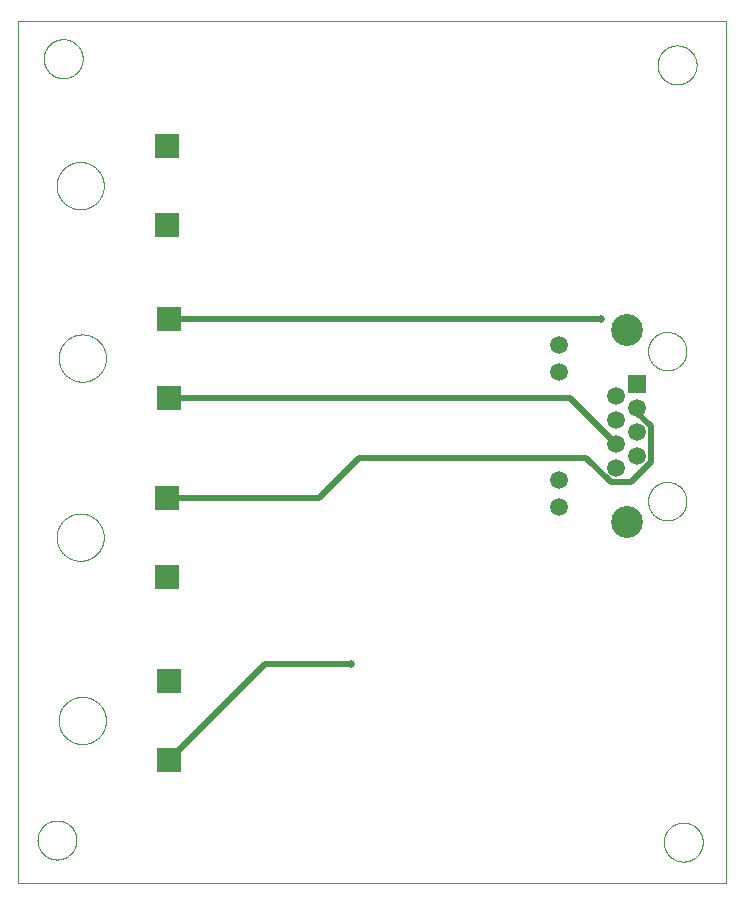
<source format=gbl>
G75*
%MOIN*%
%OFA0B0*%
%FSLAX25Y25*%
%IPPOS*%
%LPD*%
%AMOC8*
5,1,8,0,0,1.08239X$1,22.5*
%
%ADD10C,0.00000*%
%ADD11R,0.05937X0.05937*%
%ADD12C,0.05937*%
%ADD13C,0.10630*%
%ADD14R,0.08268X0.08268*%
%ADD15C,0.02000*%
%ADD16C,0.02578*%
D10*
X0005157Y0001000D02*
X0005157Y0288402D01*
X0241378Y0288402D01*
X0241378Y0001000D01*
X0005157Y0001000D01*
X0011748Y0015469D02*
X0011750Y0015630D01*
X0011756Y0015790D01*
X0011766Y0015951D01*
X0011780Y0016111D01*
X0011798Y0016271D01*
X0011819Y0016430D01*
X0011845Y0016589D01*
X0011875Y0016747D01*
X0011908Y0016904D01*
X0011946Y0017061D01*
X0011987Y0017216D01*
X0012032Y0017370D01*
X0012081Y0017523D01*
X0012134Y0017675D01*
X0012190Y0017826D01*
X0012251Y0017975D01*
X0012314Y0018123D01*
X0012382Y0018269D01*
X0012453Y0018413D01*
X0012527Y0018555D01*
X0012605Y0018696D01*
X0012687Y0018834D01*
X0012772Y0018971D01*
X0012860Y0019105D01*
X0012952Y0019237D01*
X0013047Y0019367D01*
X0013145Y0019495D01*
X0013246Y0019620D01*
X0013350Y0019742D01*
X0013457Y0019862D01*
X0013567Y0019979D01*
X0013680Y0020094D01*
X0013796Y0020205D01*
X0013915Y0020314D01*
X0014036Y0020419D01*
X0014160Y0020522D01*
X0014286Y0020622D01*
X0014414Y0020718D01*
X0014545Y0020811D01*
X0014679Y0020901D01*
X0014814Y0020988D01*
X0014952Y0021071D01*
X0015091Y0021151D01*
X0015233Y0021227D01*
X0015376Y0021300D01*
X0015521Y0021369D01*
X0015668Y0021435D01*
X0015816Y0021497D01*
X0015966Y0021555D01*
X0016117Y0021610D01*
X0016270Y0021661D01*
X0016424Y0021708D01*
X0016579Y0021751D01*
X0016735Y0021790D01*
X0016891Y0021826D01*
X0017049Y0021857D01*
X0017207Y0021885D01*
X0017366Y0021909D01*
X0017526Y0021929D01*
X0017686Y0021945D01*
X0017846Y0021957D01*
X0018007Y0021965D01*
X0018168Y0021969D01*
X0018328Y0021969D01*
X0018489Y0021965D01*
X0018650Y0021957D01*
X0018810Y0021945D01*
X0018970Y0021929D01*
X0019130Y0021909D01*
X0019289Y0021885D01*
X0019447Y0021857D01*
X0019605Y0021826D01*
X0019761Y0021790D01*
X0019917Y0021751D01*
X0020072Y0021708D01*
X0020226Y0021661D01*
X0020379Y0021610D01*
X0020530Y0021555D01*
X0020680Y0021497D01*
X0020828Y0021435D01*
X0020975Y0021369D01*
X0021120Y0021300D01*
X0021263Y0021227D01*
X0021405Y0021151D01*
X0021544Y0021071D01*
X0021682Y0020988D01*
X0021817Y0020901D01*
X0021951Y0020811D01*
X0022082Y0020718D01*
X0022210Y0020622D01*
X0022336Y0020522D01*
X0022460Y0020419D01*
X0022581Y0020314D01*
X0022700Y0020205D01*
X0022816Y0020094D01*
X0022929Y0019979D01*
X0023039Y0019862D01*
X0023146Y0019742D01*
X0023250Y0019620D01*
X0023351Y0019495D01*
X0023449Y0019367D01*
X0023544Y0019237D01*
X0023636Y0019105D01*
X0023724Y0018971D01*
X0023809Y0018834D01*
X0023891Y0018696D01*
X0023969Y0018555D01*
X0024043Y0018413D01*
X0024114Y0018269D01*
X0024182Y0018123D01*
X0024245Y0017975D01*
X0024306Y0017826D01*
X0024362Y0017675D01*
X0024415Y0017523D01*
X0024464Y0017370D01*
X0024509Y0017216D01*
X0024550Y0017061D01*
X0024588Y0016904D01*
X0024621Y0016747D01*
X0024651Y0016589D01*
X0024677Y0016430D01*
X0024698Y0016271D01*
X0024716Y0016111D01*
X0024730Y0015951D01*
X0024740Y0015790D01*
X0024746Y0015630D01*
X0024748Y0015469D01*
X0024746Y0015308D01*
X0024740Y0015148D01*
X0024730Y0014987D01*
X0024716Y0014827D01*
X0024698Y0014667D01*
X0024677Y0014508D01*
X0024651Y0014349D01*
X0024621Y0014191D01*
X0024588Y0014034D01*
X0024550Y0013877D01*
X0024509Y0013722D01*
X0024464Y0013568D01*
X0024415Y0013415D01*
X0024362Y0013263D01*
X0024306Y0013112D01*
X0024245Y0012963D01*
X0024182Y0012815D01*
X0024114Y0012669D01*
X0024043Y0012525D01*
X0023969Y0012383D01*
X0023891Y0012242D01*
X0023809Y0012104D01*
X0023724Y0011967D01*
X0023636Y0011833D01*
X0023544Y0011701D01*
X0023449Y0011571D01*
X0023351Y0011443D01*
X0023250Y0011318D01*
X0023146Y0011196D01*
X0023039Y0011076D01*
X0022929Y0010959D01*
X0022816Y0010844D01*
X0022700Y0010733D01*
X0022581Y0010624D01*
X0022460Y0010519D01*
X0022336Y0010416D01*
X0022210Y0010316D01*
X0022082Y0010220D01*
X0021951Y0010127D01*
X0021817Y0010037D01*
X0021682Y0009950D01*
X0021544Y0009867D01*
X0021405Y0009787D01*
X0021263Y0009711D01*
X0021120Y0009638D01*
X0020975Y0009569D01*
X0020828Y0009503D01*
X0020680Y0009441D01*
X0020530Y0009383D01*
X0020379Y0009328D01*
X0020226Y0009277D01*
X0020072Y0009230D01*
X0019917Y0009187D01*
X0019761Y0009148D01*
X0019605Y0009112D01*
X0019447Y0009081D01*
X0019289Y0009053D01*
X0019130Y0009029D01*
X0018970Y0009009D01*
X0018810Y0008993D01*
X0018650Y0008981D01*
X0018489Y0008973D01*
X0018328Y0008969D01*
X0018168Y0008969D01*
X0018007Y0008973D01*
X0017846Y0008981D01*
X0017686Y0008993D01*
X0017526Y0009009D01*
X0017366Y0009029D01*
X0017207Y0009053D01*
X0017049Y0009081D01*
X0016891Y0009112D01*
X0016735Y0009148D01*
X0016579Y0009187D01*
X0016424Y0009230D01*
X0016270Y0009277D01*
X0016117Y0009328D01*
X0015966Y0009383D01*
X0015816Y0009441D01*
X0015668Y0009503D01*
X0015521Y0009569D01*
X0015376Y0009638D01*
X0015233Y0009711D01*
X0015091Y0009787D01*
X0014952Y0009867D01*
X0014814Y0009950D01*
X0014679Y0010037D01*
X0014545Y0010127D01*
X0014414Y0010220D01*
X0014286Y0010316D01*
X0014160Y0010416D01*
X0014036Y0010519D01*
X0013915Y0010624D01*
X0013796Y0010733D01*
X0013680Y0010844D01*
X0013567Y0010959D01*
X0013457Y0011076D01*
X0013350Y0011196D01*
X0013246Y0011318D01*
X0013145Y0011443D01*
X0013047Y0011571D01*
X0012952Y0011701D01*
X0012860Y0011833D01*
X0012772Y0011967D01*
X0012687Y0012104D01*
X0012605Y0012242D01*
X0012527Y0012383D01*
X0012453Y0012525D01*
X0012382Y0012669D01*
X0012314Y0012815D01*
X0012251Y0012963D01*
X0012190Y0013112D01*
X0012134Y0013263D01*
X0012081Y0013415D01*
X0012032Y0013568D01*
X0011987Y0013722D01*
X0011946Y0013877D01*
X0011908Y0014034D01*
X0011875Y0014191D01*
X0011845Y0014349D01*
X0011819Y0014508D01*
X0011798Y0014667D01*
X0011780Y0014827D01*
X0011766Y0014987D01*
X0011756Y0015148D01*
X0011750Y0015308D01*
X0011748Y0015469D01*
X0018799Y0055311D02*
X0018801Y0055504D01*
X0018808Y0055697D01*
X0018820Y0055890D01*
X0018837Y0056083D01*
X0018858Y0056275D01*
X0018884Y0056466D01*
X0018915Y0056657D01*
X0018950Y0056847D01*
X0018990Y0057036D01*
X0019035Y0057224D01*
X0019084Y0057411D01*
X0019138Y0057597D01*
X0019196Y0057781D01*
X0019259Y0057964D01*
X0019327Y0058145D01*
X0019398Y0058324D01*
X0019475Y0058502D01*
X0019555Y0058678D01*
X0019640Y0058851D01*
X0019729Y0059023D01*
X0019822Y0059192D01*
X0019919Y0059359D01*
X0020021Y0059524D01*
X0020126Y0059686D01*
X0020235Y0059845D01*
X0020349Y0060002D01*
X0020466Y0060155D01*
X0020586Y0060306D01*
X0020711Y0060454D01*
X0020839Y0060599D01*
X0020970Y0060740D01*
X0021105Y0060879D01*
X0021244Y0061014D01*
X0021385Y0061145D01*
X0021530Y0061273D01*
X0021678Y0061398D01*
X0021829Y0061518D01*
X0021982Y0061635D01*
X0022139Y0061749D01*
X0022298Y0061858D01*
X0022460Y0061963D01*
X0022625Y0062065D01*
X0022792Y0062162D01*
X0022961Y0062255D01*
X0023133Y0062344D01*
X0023306Y0062429D01*
X0023482Y0062509D01*
X0023660Y0062586D01*
X0023839Y0062657D01*
X0024020Y0062725D01*
X0024203Y0062788D01*
X0024387Y0062846D01*
X0024573Y0062900D01*
X0024760Y0062949D01*
X0024948Y0062994D01*
X0025137Y0063034D01*
X0025327Y0063069D01*
X0025518Y0063100D01*
X0025709Y0063126D01*
X0025901Y0063147D01*
X0026094Y0063164D01*
X0026287Y0063176D01*
X0026480Y0063183D01*
X0026673Y0063185D01*
X0026866Y0063183D01*
X0027059Y0063176D01*
X0027252Y0063164D01*
X0027445Y0063147D01*
X0027637Y0063126D01*
X0027828Y0063100D01*
X0028019Y0063069D01*
X0028209Y0063034D01*
X0028398Y0062994D01*
X0028586Y0062949D01*
X0028773Y0062900D01*
X0028959Y0062846D01*
X0029143Y0062788D01*
X0029326Y0062725D01*
X0029507Y0062657D01*
X0029686Y0062586D01*
X0029864Y0062509D01*
X0030040Y0062429D01*
X0030213Y0062344D01*
X0030385Y0062255D01*
X0030554Y0062162D01*
X0030721Y0062065D01*
X0030886Y0061963D01*
X0031048Y0061858D01*
X0031207Y0061749D01*
X0031364Y0061635D01*
X0031517Y0061518D01*
X0031668Y0061398D01*
X0031816Y0061273D01*
X0031961Y0061145D01*
X0032102Y0061014D01*
X0032241Y0060879D01*
X0032376Y0060740D01*
X0032507Y0060599D01*
X0032635Y0060454D01*
X0032760Y0060306D01*
X0032880Y0060155D01*
X0032997Y0060002D01*
X0033111Y0059845D01*
X0033220Y0059686D01*
X0033325Y0059524D01*
X0033427Y0059359D01*
X0033524Y0059192D01*
X0033617Y0059023D01*
X0033706Y0058851D01*
X0033791Y0058678D01*
X0033871Y0058502D01*
X0033948Y0058324D01*
X0034019Y0058145D01*
X0034087Y0057964D01*
X0034150Y0057781D01*
X0034208Y0057597D01*
X0034262Y0057411D01*
X0034311Y0057224D01*
X0034356Y0057036D01*
X0034396Y0056847D01*
X0034431Y0056657D01*
X0034462Y0056466D01*
X0034488Y0056275D01*
X0034509Y0056083D01*
X0034526Y0055890D01*
X0034538Y0055697D01*
X0034545Y0055504D01*
X0034547Y0055311D01*
X0034545Y0055118D01*
X0034538Y0054925D01*
X0034526Y0054732D01*
X0034509Y0054539D01*
X0034488Y0054347D01*
X0034462Y0054156D01*
X0034431Y0053965D01*
X0034396Y0053775D01*
X0034356Y0053586D01*
X0034311Y0053398D01*
X0034262Y0053211D01*
X0034208Y0053025D01*
X0034150Y0052841D01*
X0034087Y0052658D01*
X0034019Y0052477D01*
X0033948Y0052298D01*
X0033871Y0052120D01*
X0033791Y0051944D01*
X0033706Y0051771D01*
X0033617Y0051599D01*
X0033524Y0051430D01*
X0033427Y0051263D01*
X0033325Y0051098D01*
X0033220Y0050936D01*
X0033111Y0050777D01*
X0032997Y0050620D01*
X0032880Y0050467D01*
X0032760Y0050316D01*
X0032635Y0050168D01*
X0032507Y0050023D01*
X0032376Y0049882D01*
X0032241Y0049743D01*
X0032102Y0049608D01*
X0031961Y0049477D01*
X0031816Y0049349D01*
X0031668Y0049224D01*
X0031517Y0049104D01*
X0031364Y0048987D01*
X0031207Y0048873D01*
X0031048Y0048764D01*
X0030886Y0048659D01*
X0030721Y0048557D01*
X0030554Y0048460D01*
X0030385Y0048367D01*
X0030213Y0048278D01*
X0030040Y0048193D01*
X0029864Y0048113D01*
X0029686Y0048036D01*
X0029507Y0047965D01*
X0029326Y0047897D01*
X0029143Y0047834D01*
X0028959Y0047776D01*
X0028773Y0047722D01*
X0028586Y0047673D01*
X0028398Y0047628D01*
X0028209Y0047588D01*
X0028019Y0047553D01*
X0027828Y0047522D01*
X0027637Y0047496D01*
X0027445Y0047475D01*
X0027252Y0047458D01*
X0027059Y0047446D01*
X0026866Y0047439D01*
X0026673Y0047437D01*
X0026480Y0047439D01*
X0026287Y0047446D01*
X0026094Y0047458D01*
X0025901Y0047475D01*
X0025709Y0047496D01*
X0025518Y0047522D01*
X0025327Y0047553D01*
X0025137Y0047588D01*
X0024948Y0047628D01*
X0024760Y0047673D01*
X0024573Y0047722D01*
X0024387Y0047776D01*
X0024203Y0047834D01*
X0024020Y0047897D01*
X0023839Y0047965D01*
X0023660Y0048036D01*
X0023482Y0048113D01*
X0023306Y0048193D01*
X0023133Y0048278D01*
X0022961Y0048367D01*
X0022792Y0048460D01*
X0022625Y0048557D01*
X0022460Y0048659D01*
X0022298Y0048764D01*
X0022139Y0048873D01*
X0021982Y0048987D01*
X0021829Y0049104D01*
X0021678Y0049224D01*
X0021530Y0049349D01*
X0021385Y0049477D01*
X0021244Y0049608D01*
X0021105Y0049743D01*
X0020970Y0049882D01*
X0020839Y0050023D01*
X0020711Y0050168D01*
X0020586Y0050316D01*
X0020466Y0050467D01*
X0020349Y0050620D01*
X0020235Y0050777D01*
X0020126Y0050936D01*
X0020021Y0051098D01*
X0019919Y0051263D01*
X0019822Y0051430D01*
X0019729Y0051599D01*
X0019640Y0051771D01*
X0019555Y0051944D01*
X0019475Y0052120D01*
X0019398Y0052298D01*
X0019327Y0052477D01*
X0019259Y0052658D01*
X0019196Y0052841D01*
X0019138Y0053025D01*
X0019084Y0053211D01*
X0019035Y0053398D01*
X0018990Y0053586D01*
X0018950Y0053775D01*
X0018915Y0053965D01*
X0018884Y0054156D01*
X0018858Y0054347D01*
X0018837Y0054539D01*
X0018820Y0054732D01*
X0018808Y0054925D01*
X0018801Y0055118D01*
X0018799Y0055311D01*
X0018110Y0116413D02*
X0018112Y0116606D01*
X0018119Y0116799D01*
X0018131Y0116992D01*
X0018148Y0117185D01*
X0018169Y0117377D01*
X0018195Y0117568D01*
X0018226Y0117759D01*
X0018261Y0117949D01*
X0018301Y0118138D01*
X0018346Y0118326D01*
X0018395Y0118513D01*
X0018449Y0118699D01*
X0018507Y0118883D01*
X0018570Y0119066D01*
X0018638Y0119247D01*
X0018709Y0119426D01*
X0018786Y0119604D01*
X0018866Y0119780D01*
X0018951Y0119953D01*
X0019040Y0120125D01*
X0019133Y0120294D01*
X0019230Y0120461D01*
X0019332Y0120626D01*
X0019437Y0120788D01*
X0019546Y0120947D01*
X0019660Y0121104D01*
X0019777Y0121257D01*
X0019897Y0121408D01*
X0020022Y0121556D01*
X0020150Y0121701D01*
X0020281Y0121842D01*
X0020416Y0121981D01*
X0020555Y0122116D01*
X0020696Y0122247D01*
X0020841Y0122375D01*
X0020989Y0122500D01*
X0021140Y0122620D01*
X0021293Y0122737D01*
X0021450Y0122851D01*
X0021609Y0122960D01*
X0021771Y0123065D01*
X0021936Y0123167D01*
X0022103Y0123264D01*
X0022272Y0123357D01*
X0022444Y0123446D01*
X0022617Y0123531D01*
X0022793Y0123611D01*
X0022971Y0123688D01*
X0023150Y0123759D01*
X0023331Y0123827D01*
X0023514Y0123890D01*
X0023698Y0123948D01*
X0023884Y0124002D01*
X0024071Y0124051D01*
X0024259Y0124096D01*
X0024448Y0124136D01*
X0024638Y0124171D01*
X0024829Y0124202D01*
X0025020Y0124228D01*
X0025212Y0124249D01*
X0025405Y0124266D01*
X0025598Y0124278D01*
X0025791Y0124285D01*
X0025984Y0124287D01*
X0026177Y0124285D01*
X0026370Y0124278D01*
X0026563Y0124266D01*
X0026756Y0124249D01*
X0026948Y0124228D01*
X0027139Y0124202D01*
X0027330Y0124171D01*
X0027520Y0124136D01*
X0027709Y0124096D01*
X0027897Y0124051D01*
X0028084Y0124002D01*
X0028270Y0123948D01*
X0028454Y0123890D01*
X0028637Y0123827D01*
X0028818Y0123759D01*
X0028997Y0123688D01*
X0029175Y0123611D01*
X0029351Y0123531D01*
X0029524Y0123446D01*
X0029696Y0123357D01*
X0029865Y0123264D01*
X0030032Y0123167D01*
X0030197Y0123065D01*
X0030359Y0122960D01*
X0030518Y0122851D01*
X0030675Y0122737D01*
X0030828Y0122620D01*
X0030979Y0122500D01*
X0031127Y0122375D01*
X0031272Y0122247D01*
X0031413Y0122116D01*
X0031552Y0121981D01*
X0031687Y0121842D01*
X0031818Y0121701D01*
X0031946Y0121556D01*
X0032071Y0121408D01*
X0032191Y0121257D01*
X0032308Y0121104D01*
X0032422Y0120947D01*
X0032531Y0120788D01*
X0032636Y0120626D01*
X0032738Y0120461D01*
X0032835Y0120294D01*
X0032928Y0120125D01*
X0033017Y0119953D01*
X0033102Y0119780D01*
X0033182Y0119604D01*
X0033259Y0119426D01*
X0033330Y0119247D01*
X0033398Y0119066D01*
X0033461Y0118883D01*
X0033519Y0118699D01*
X0033573Y0118513D01*
X0033622Y0118326D01*
X0033667Y0118138D01*
X0033707Y0117949D01*
X0033742Y0117759D01*
X0033773Y0117568D01*
X0033799Y0117377D01*
X0033820Y0117185D01*
X0033837Y0116992D01*
X0033849Y0116799D01*
X0033856Y0116606D01*
X0033858Y0116413D01*
X0033856Y0116220D01*
X0033849Y0116027D01*
X0033837Y0115834D01*
X0033820Y0115641D01*
X0033799Y0115449D01*
X0033773Y0115258D01*
X0033742Y0115067D01*
X0033707Y0114877D01*
X0033667Y0114688D01*
X0033622Y0114500D01*
X0033573Y0114313D01*
X0033519Y0114127D01*
X0033461Y0113943D01*
X0033398Y0113760D01*
X0033330Y0113579D01*
X0033259Y0113400D01*
X0033182Y0113222D01*
X0033102Y0113046D01*
X0033017Y0112873D01*
X0032928Y0112701D01*
X0032835Y0112532D01*
X0032738Y0112365D01*
X0032636Y0112200D01*
X0032531Y0112038D01*
X0032422Y0111879D01*
X0032308Y0111722D01*
X0032191Y0111569D01*
X0032071Y0111418D01*
X0031946Y0111270D01*
X0031818Y0111125D01*
X0031687Y0110984D01*
X0031552Y0110845D01*
X0031413Y0110710D01*
X0031272Y0110579D01*
X0031127Y0110451D01*
X0030979Y0110326D01*
X0030828Y0110206D01*
X0030675Y0110089D01*
X0030518Y0109975D01*
X0030359Y0109866D01*
X0030197Y0109761D01*
X0030032Y0109659D01*
X0029865Y0109562D01*
X0029696Y0109469D01*
X0029524Y0109380D01*
X0029351Y0109295D01*
X0029175Y0109215D01*
X0028997Y0109138D01*
X0028818Y0109067D01*
X0028637Y0108999D01*
X0028454Y0108936D01*
X0028270Y0108878D01*
X0028084Y0108824D01*
X0027897Y0108775D01*
X0027709Y0108730D01*
X0027520Y0108690D01*
X0027330Y0108655D01*
X0027139Y0108624D01*
X0026948Y0108598D01*
X0026756Y0108577D01*
X0026563Y0108560D01*
X0026370Y0108548D01*
X0026177Y0108541D01*
X0025984Y0108539D01*
X0025791Y0108541D01*
X0025598Y0108548D01*
X0025405Y0108560D01*
X0025212Y0108577D01*
X0025020Y0108598D01*
X0024829Y0108624D01*
X0024638Y0108655D01*
X0024448Y0108690D01*
X0024259Y0108730D01*
X0024071Y0108775D01*
X0023884Y0108824D01*
X0023698Y0108878D01*
X0023514Y0108936D01*
X0023331Y0108999D01*
X0023150Y0109067D01*
X0022971Y0109138D01*
X0022793Y0109215D01*
X0022617Y0109295D01*
X0022444Y0109380D01*
X0022272Y0109469D01*
X0022103Y0109562D01*
X0021936Y0109659D01*
X0021771Y0109761D01*
X0021609Y0109866D01*
X0021450Y0109975D01*
X0021293Y0110089D01*
X0021140Y0110206D01*
X0020989Y0110326D01*
X0020841Y0110451D01*
X0020696Y0110579D01*
X0020555Y0110710D01*
X0020416Y0110845D01*
X0020281Y0110984D01*
X0020150Y0111125D01*
X0020022Y0111270D01*
X0019897Y0111418D01*
X0019777Y0111569D01*
X0019660Y0111722D01*
X0019546Y0111879D01*
X0019437Y0112038D01*
X0019332Y0112200D01*
X0019230Y0112365D01*
X0019133Y0112532D01*
X0019040Y0112701D01*
X0018951Y0112873D01*
X0018866Y0113046D01*
X0018786Y0113222D01*
X0018709Y0113400D01*
X0018638Y0113579D01*
X0018570Y0113760D01*
X0018507Y0113943D01*
X0018449Y0114127D01*
X0018395Y0114313D01*
X0018346Y0114500D01*
X0018301Y0114688D01*
X0018261Y0114877D01*
X0018226Y0115067D01*
X0018195Y0115258D01*
X0018169Y0115449D01*
X0018148Y0115641D01*
X0018131Y0115834D01*
X0018119Y0116027D01*
X0018112Y0116220D01*
X0018110Y0116413D01*
X0018799Y0176118D02*
X0018801Y0176311D01*
X0018808Y0176504D01*
X0018820Y0176697D01*
X0018837Y0176890D01*
X0018858Y0177082D01*
X0018884Y0177273D01*
X0018915Y0177464D01*
X0018950Y0177654D01*
X0018990Y0177843D01*
X0019035Y0178031D01*
X0019084Y0178218D01*
X0019138Y0178404D01*
X0019196Y0178588D01*
X0019259Y0178771D01*
X0019327Y0178952D01*
X0019398Y0179131D01*
X0019475Y0179309D01*
X0019555Y0179485D01*
X0019640Y0179658D01*
X0019729Y0179830D01*
X0019822Y0179999D01*
X0019919Y0180166D01*
X0020021Y0180331D01*
X0020126Y0180493D01*
X0020235Y0180652D01*
X0020349Y0180809D01*
X0020466Y0180962D01*
X0020586Y0181113D01*
X0020711Y0181261D01*
X0020839Y0181406D01*
X0020970Y0181547D01*
X0021105Y0181686D01*
X0021244Y0181821D01*
X0021385Y0181952D01*
X0021530Y0182080D01*
X0021678Y0182205D01*
X0021829Y0182325D01*
X0021982Y0182442D01*
X0022139Y0182556D01*
X0022298Y0182665D01*
X0022460Y0182770D01*
X0022625Y0182872D01*
X0022792Y0182969D01*
X0022961Y0183062D01*
X0023133Y0183151D01*
X0023306Y0183236D01*
X0023482Y0183316D01*
X0023660Y0183393D01*
X0023839Y0183464D01*
X0024020Y0183532D01*
X0024203Y0183595D01*
X0024387Y0183653D01*
X0024573Y0183707D01*
X0024760Y0183756D01*
X0024948Y0183801D01*
X0025137Y0183841D01*
X0025327Y0183876D01*
X0025518Y0183907D01*
X0025709Y0183933D01*
X0025901Y0183954D01*
X0026094Y0183971D01*
X0026287Y0183983D01*
X0026480Y0183990D01*
X0026673Y0183992D01*
X0026866Y0183990D01*
X0027059Y0183983D01*
X0027252Y0183971D01*
X0027445Y0183954D01*
X0027637Y0183933D01*
X0027828Y0183907D01*
X0028019Y0183876D01*
X0028209Y0183841D01*
X0028398Y0183801D01*
X0028586Y0183756D01*
X0028773Y0183707D01*
X0028959Y0183653D01*
X0029143Y0183595D01*
X0029326Y0183532D01*
X0029507Y0183464D01*
X0029686Y0183393D01*
X0029864Y0183316D01*
X0030040Y0183236D01*
X0030213Y0183151D01*
X0030385Y0183062D01*
X0030554Y0182969D01*
X0030721Y0182872D01*
X0030886Y0182770D01*
X0031048Y0182665D01*
X0031207Y0182556D01*
X0031364Y0182442D01*
X0031517Y0182325D01*
X0031668Y0182205D01*
X0031816Y0182080D01*
X0031961Y0181952D01*
X0032102Y0181821D01*
X0032241Y0181686D01*
X0032376Y0181547D01*
X0032507Y0181406D01*
X0032635Y0181261D01*
X0032760Y0181113D01*
X0032880Y0180962D01*
X0032997Y0180809D01*
X0033111Y0180652D01*
X0033220Y0180493D01*
X0033325Y0180331D01*
X0033427Y0180166D01*
X0033524Y0179999D01*
X0033617Y0179830D01*
X0033706Y0179658D01*
X0033791Y0179485D01*
X0033871Y0179309D01*
X0033948Y0179131D01*
X0034019Y0178952D01*
X0034087Y0178771D01*
X0034150Y0178588D01*
X0034208Y0178404D01*
X0034262Y0178218D01*
X0034311Y0178031D01*
X0034356Y0177843D01*
X0034396Y0177654D01*
X0034431Y0177464D01*
X0034462Y0177273D01*
X0034488Y0177082D01*
X0034509Y0176890D01*
X0034526Y0176697D01*
X0034538Y0176504D01*
X0034545Y0176311D01*
X0034547Y0176118D01*
X0034545Y0175925D01*
X0034538Y0175732D01*
X0034526Y0175539D01*
X0034509Y0175346D01*
X0034488Y0175154D01*
X0034462Y0174963D01*
X0034431Y0174772D01*
X0034396Y0174582D01*
X0034356Y0174393D01*
X0034311Y0174205D01*
X0034262Y0174018D01*
X0034208Y0173832D01*
X0034150Y0173648D01*
X0034087Y0173465D01*
X0034019Y0173284D01*
X0033948Y0173105D01*
X0033871Y0172927D01*
X0033791Y0172751D01*
X0033706Y0172578D01*
X0033617Y0172406D01*
X0033524Y0172237D01*
X0033427Y0172070D01*
X0033325Y0171905D01*
X0033220Y0171743D01*
X0033111Y0171584D01*
X0032997Y0171427D01*
X0032880Y0171274D01*
X0032760Y0171123D01*
X0032635Y0170975D01*
X0032507Y0170830D01*
X0032376Y0170689D01*
X0032241Y0170550D01*
X0032102Y0170415D01*
X0031961Y0170284D01*
X0031816Y0170156D01*
X0031668Y0170031D01*
X0031517Y0169911D01*
X0031364Y0169794D01*
X0031207Y0169680D01*
X0031048Y0169571D01*
X0030886Y0169466D01*
X0030721Y0169364D01*
X0030554Y0169267D01*
X0030385Y0169174D01*
X0030213Y0169085D01*
X0030040Y0169000D01*
X0029864Y0168920D01*
X0029686Y0168843D01*
X0029507Y0168772D01*
X0029326Y0168704D01*
X0029143Y0168641D01*
X0028959Y0168583D01*
X0028773Y0168529D01*
X0028586Y0168480D01*
X0028398Y0168435D01*
X0028209Y0168395D01*
X0028019Y0168360D01*
X0027828Y0168329D01*
X0027637Y0168303D01*
X0027445Y0168282D01*
X0027252Y0168265D01*
X0027059Y0168253D01*
X0026866Y0168246D01*
X0026673Y0168244D01*
X0026480Y0168246D01*
X0026287Y0168253D01*
X0026094Y0168265D01*
X0025901Y0168282D01*
X0025709Y0168303D01*
X0025518Y0168329D01*
X0025327Y0168360D01*
X0025137Y0168395D01*
X0024948Y0168435D01*
X0024760Y0168480D01*
X0024573Y0168529D01*
X0024387Y0168583D01*
X0024203Y0168641D01*
X0024020Y0168704D01*
X0023839Y0168772D01*
X0023660Y0168843D01*
X0023482Y0168920D01*
X0023306Y0169000D01*
X0023133Y0169085D01*
X0022961Y0169174D01*
X0022792Y0169267D01*
X0022625Y0169364D01*
X0022460Y0169466D01*
X0022298Y0169571D01*
X0022139Y0169680D01*
X0021982Y0169794D01*
X0021829Y0169911D01*
X0021678Y0170031D01*
X0021530Y0170156D01*
X0021385Y0170284D01*
X0021244Y0170415D01*
X0021105Y0170550D01*
X0020970Y0170689D01*
X0020839Y0170830D01*
X0020711Y0170975D01*
X0020586Y0171123D01*
X0020466Y0171274D01*
X0020349Y0171427D01*
X0020235Y0171584D01*
X0020126Y0171743D01*
X0020021Y0171905D01*
X0019919Y0172070D01*
X0019822Y0172237D01*
X0019729Y0172406D01*
X0019640Y0172578D01*
X0019555Y0172751D01*
X0019475Y0172927D01*
X0019398Y0173105D01*
X0019327Y0173284D01*
X0019259Y0173465D01*
X0019196Y0173648D01*
X0019138Y0173832D01*
X0019084Y0174018D01*
X0019035Y0174205D01*
X0018990Y0174393D01*
X0018950Y0174582D01*
X0018915Y0174772D01*
X0018884Y0174963D01*
X0018858Y0175154D01*
X0018837Y0175346D01*
X0018820Y0175539D01*
X0018808Y0175732D01*
X0018801Y0175925D01*
X0018799Y0176118D01*
X0018110Y0233598D02*
X0018112Y0233791D01*
X0018119Y0233984D01*
X0018131Y0234177D01*
X0018148Y0234370D01*
X0018169Y0234562D01*
X0018195Y0234753D01*
X0018226Y0234944D01*
X0018261Y0235134D01*
X0018301Y0235323D01*
X0018346Y0235511D01*
X0018395Y0235698D01*
X0018449Y0235884D01*
X0018507Y0236068D01*
X0018570Y0236251D01*
X0018638Y0236432D01*
X0018709Y0236611D01*
X0018786Y0236789D01*
X0018866Y0236965D01*
X0018951Y0237138D01*
X0019040Y0237310D01*
X0019133Y0237479D01*
X0019230Y0237646D01*
X0019332Y0237811D01*
X0019437Y0237973D01*
X0019546Y0238132D01*
X0019660Y0238289D01*
X0019777Y0238442D01*
X0019897Y0238593D01*
X0020022Y0238741D01*
X0020150Y0238886D01*
X0020281Y0239027D01*
X0020416Y0239166D01*
X0020555Y0239301D01*
X0020696Y0239432D01*
X0020841Y0239560D01*
X0020989Y0239685D01*
X0021140Y0239805D01*
X0021293Y0239922D01*
X0021450Y0240036D01*
X0021609Y0240145D01*
X0021771Y0240250D01*
X0021936Y0240352D01*
X0022103Y0240449D01*
X0022272Y0240542D01*
X0022444Y0240631D01*
X0022617Y0240716D01*
X0022793Y0240796D01*
X0022971Y0240873D01*
X0023150Y0240944D01*
X0023331Y0241012D01*
X0023514Y0241075D01*
X0023698Y0241133D01*
X0023884Y0241187D01*
X0024071Y0241236D01*
X0024259Y0241281D01*
X0024448Y0241321D01*
X0024638Y0241356D01*
X0024829Y0241387D01*
X0025020Y0241413D01*
X0025212Y0241434D01*
X0025405Y0241451D01*
X0025598Y0241463D01*
X0025791Y0241470D01*
X0025984Y0241472D01*
X0026177Y0241470D01*
X0026370Y0241463D01*
X0026563Y0241451D01*
X0026756Y0241434D01*
X0026948Y0241413D01*
X0027139Y0241387D01*
X0027330Y0241356D01*
X0027520Y0241321D01*
X0027709Y0241281D01*
X0027897Y0241236D01*
X0028084Y0241187D01*
X0028270Y0241133D01*
X0028454Y0241075D01*
X0028637Y0241012D01*
X0028818Y0240944D01*
X0028997Y0240873D01*
X0029175Y0240796D01*
X0029351Y0240716D01*
X0029524Y0240631D01*
X0029696Y0240542D01*
X0029865Y0240449D01*
X0030032Y0240352D01*
X0030197Y0240250D01*
X0030359Y0240145D01*
X0030518Y0240036D01*
X0030675Y0239922D01*
X0030828Y0239805D01*
X0030979Y0239685D01*
X0031127Y0239560D01*
X0031272Y0239432D01*
X0031413Y0239301D01*
X0031552Y0239166D01*
X0031687Y0239027D01*
X0031818Y0238886D01*
X0031946Y0238741D01*
X0032071Y0238593D01*
X0032191Y0238442D01*
X0032308Y0238289D01*
X0032422Y0238132D01*
X0032531Y0237973D01*
X0032636Y0237811D01*
X0032738Y0237646D01*
X0032835Y0237479D01*
X0032928Y0237310D01*
X0033017Y0237138D01*
X0033102Y0236965D01*
X0033182Y0236789D01*
X0033259Y0236611D01*
X0033330Y0236432D01*
X0033398Y0236251D01*
X0033461Y0236068D01*
X0033519Y0235884D01*
X0033573Y0235698D01*
X0033622Y0235511D01*
X0033667Y0235323D01*
X0033707Y0235134D01*
X0033742Y0234944D01*
X0033773Y0234753D01*
X0033799Y0234562D01*
X0033820Y0234370D01*
X0033837Y0234177D01*
X0033849Y0233984D01*
X0033856Y0233791D01*
X0033858Y0233598D01*
X0033856Y0233405D01*
X0033849Y0233212D01*
X0033837Y0233019D01*
X0033820Y0232826D01*
X0033799Y0232634D01*
X0033773Y0232443D01*
X0033742Y0232252D01*
X0033707Y0232062D01*
X0033667Y0231873D01*
X0033622Y0231685D01*
X0033573Y0231498D01*
X0033519Y0231312D01*
X0033461Y0231128D01*
X0033398Y0230945D01*
X0033330Y0230764D01*
X0033259Y0230585D01*
X0033182Y0230407D01*
X0033102Y0230231D01*
X0033017Y0230058D01*
X0032928Y0229886D01*
X0032835Y0229717D01*
X0032738Y0229550D01*
X0032636Y0229385D01*
X0032531Y0229223D01*
X0032422Y0229064D01*
X0032308Y0228907D01*
X0032191Y0228754D01*
X0032071Y0228603D01*
X0031946Y0228455D01*
X0031818Y0228310D01*
X0031687Y0228169D01*
X0031552Y0228030D01*
X0031413Y0227895D01*
X0031272Y0227764D01*
X0031127Y0227636D01*
X0030979Y0227511D01*
X0030828Y0227391D01*
X0030675Y0227274D01*
X0030518Y0227160D01*
X0030359Y0227051D01*
X0030197Y0226946D01*
X0030032Y0226844D01*
X0029865Y0226747D01*
X0029696Y0226654D01*
X0029524Y0226565D01*
X0029351Y0226480D01*
X0029175Y0226400D01*
X0028997Y0226323D01*
X0028818Y0226252D01*
X0028637Y0226184D01*
X0028454Y0226121D01*
X0028270Y0226063D01*
X0028084Y0226009D01*
X0027897Y0225960D01*
X0027709Y0225915D01*
X0027520Y0225875D01*
X0027330Y0225840D01*
X0027139Y0225809D01*
X0026948Y0225783D01*
X0026756Y0225762D01*
X0026563Y0225745D01*
X0026370Y0225733D01*
X0026177Y0225726D01*
X0025984Y0225724D01*
X0025791Y0225726D01*
X0025598Y0225733D01*
X0025405Y0225745D01*
X0025212Y0225762D01*
X0025020Y0225783D01*
X0024829Y0225809D01*
X0024638Y0225840D01*
X0024448Y0225875D01*
X0024259Y0225915D01*
X0024071Y0225960D01*
X0023884Y0226009D01*
X0023698Y0226063D01*
X0023514Y0226121D01*
X0023331Y0226184D01*
X0023150Y0226252D01*
X0022971Y0226323D01*
X0022793Y0226400D01*
X0022617Y0226480D01*
X0022444Y0226565D01*
X0022272Y0226654D01*
X0022103Y0226747D01*
X0021936Y0226844D01*
X0021771Y0226946D01*
X0021609Y0227051D01*
X0021450Y0227160D01*
X0021293Y0227274D01*
X0021140Y0227391D01*
X0020989Y0227511D01*
X0020841Y0227636D01*
X0020696Y0227764D01*
X0020555Y0227895D01*
X0020416Y0228030D01*
X0020281Y0228169D01*
X0020150Y0228310D01*
X0020022Y0228455D01*
X0019897Y0228603D01*
X0019777Y0228754D01*
X0019660Y0228907D01*
X0019546Y0229064D01*
X0019437Y0229223D01*
X0019332Y0229385D01*
X0019230Y0229550D01*
X0019133Y0229717D01*
X0019040Y0229886D01*
X0018951Y0230058D01*
X0018866Y0230231D01*
X0018786Y0230407D01*
X0018709Y0230585D01*
X0018638Y0230764D01*
X0018570Y0230945D01*
X0018507Y0231128D01*
X0018449Y0231312D01*
X0018395Y0231498D01*
X0018346Y0231685D01*
X0018301Y0231873D01*
X0018261Y0232062D01*
X0018226Y0232252D01*
X0018195Y0232443D01*
X0018169Y0232634D01*
X0018148Y0232826D01*
X0018131Y0233019D01*
X0018119Y0233212D01*
X0018112Y0233405D01*
X0018110Y0233598D01*
X0013815Y0275902D02*
X0013817Y0276063D01*
X0013823Y0276223D01*
X0013833Y0276384D01*
X0013847Y0276544D01*
X0013865Y0276704D01*
X0013886Y0276863D01*
X0013912Y0277022D01*
X0013942Y0277180D01*
X0013975Y0277337D01*
X0014013Y0277494D01*
X0014054Y0277649D01*
X0014099Y0277803D01*
X0014148Y0277956D01*
X0014201Y0278108D01*
X0014257Y0278259D01*
X0014318Y0278408D01*
X0014381Y0278556D01*
X0014449Y0278702D01*
X0014520Y0278846D01*
X0014594Y0278988D01*
X0014672Y0279129D01*
X0014754Y0279267D01*
X0014839Y0279404D01*
X0014927Y0279538D01*
X0015019Y0279670D01*
X0015114Y0279800D01*
X0015212Y0279928D01*
X0015313Y0280053D01*
X0015417Y0280175D01*
X0015524Y0280295D01*
X0015634Y0280412D01*
X0015747Y0280527D01*
X0015863Y0280638D01*
X0015982Y0280747D01*
X0016103Y0280852D01*
X0016227Y0280955D01*
X0016353Y0281055D01*
X0016481Y0281151D01*
X0016612Y0281244D01*
X0016746Y0281334D01*
X0016881Y0281421D01*
X0017019Y0281504D01*
X0017158Y0281584D01*
X0017300Y0281660D01*
X0017443Y0281733D01*
X0017588Y0281802D01*
X0017735Y0281868D01*
X0017883Y0281930D01*
X0018033Y0281988D01*
X0018184Y0282043D01*
X0018337Y0282094D01*
X0018491Y0282141D01*
X0018646Y0282184D01*
X0018802Y0282223D01*
X0018958Y0282259D01*
X0019116Y0282290D01*
X0019274Y0282318D01*
X0019433Y0282342D01*
X0019593Y0282362D01*
X0019753Y0282378D01*
X0019913Y0282390D01*
X0020074Y0282398D01*
X0020235Y0282402D01*
X0020395Y0282402D01*
X0020556Y0282398D01*
X0020717Y0282390D01*
X0020877Y0282378D01*
X0021037Y0282362D01*
X0021197Y0282342D01*
X0021356Y0282318D01*
X0021514Y0282290D01*
X0021672Y0282259D01*
X0021828Y0282223D01*
X0021984Y0282184D01*
X0022139Y0282141D01*
X0022293Y0282094D01*
X0022446Y0282043D01*
X0022597Y0281988D01*
X0022747Y0281930D01*
X0022895Y0281868D01*
X0023042Y0281802D01*
X0023187Y0281733D01*
X0023330Y0281660D01*
X0023472Y0281584D01*
X0023611Y0281504D01*
X0023749Y0281421D01*
X0023884Y0281334D01*
X0024018Y0281244D01*
X0024149Y0281151D01*
X0024277Y0281055D01*
X0024403Y0280955D01*
X0024527Y0280852D01*
X0024648Y0280747D01*
X0024767Y0280638D01*
X0024883Y0280527D01*
X0024996Y0280412D01*
X0025106Y0280295D01*
X0025213Y0280175D01*
X0025317Y0280053D01*
X0025418Y0279928D01*
X0025516Y0279800D01*
X0025611Y0279670D01*
X0025703Y0279538D01*
X0025791Y0279404D01*
X0025876Y0279267D01*
X0025958Y0279129D01*
X0026036Y0278988D01*
X0026110Y0278846D01*
X0026181Y0278702D01*
X0026249Y0278556D01*
X0026312Y0278408D01*
X0026373Y0278259D01*
X0026429Y0278108D01*
X0026482Y0277956D01*
X0026531Y0277803D01*
X0026576Y0277649D01*
X0026617Y0277494D01*
X0026655Y0277337D01*
X0026688Y0277180D01*
X0026718Y0277022D01*
X0026744Y0276863D01*
X0026765Y0276704D01*
X0026783Y0276544D01*
X0026797Y0276384D01*
X0026807Y0276223D01*
X0026813Y0276063D01*
X0026815Y0275902D01*
X0026813Y0275741D01*
X0026807Y0275581D01*
X0026797Y0275420D01*
X0026783Y0275260D01*
X0026765Y0275100D01*
X0026744Y0274941D01*
X0026718Y0274782D01*
X0026688Y0274624D01*
X0026655Y0274467D01*
X0026617Y0274310D01*
X0026576Y0274155D01*
X0026531Y0274001D01*
X0026482Y0273848D01*
X0026429Y0273696D01*
X0026373Y0273545D01*
X0026312Y0273396D01*
X0026249Y0273248D01*
X0026181Y0273102D01*
X0026110Y0272958D01*
X0026036Y0272816D01*
X0025958Y0272675D01*
X0025876Y0272537D01*
X0025791Y0272400D01*
X0025703Y0272266D01*
X0025611Y0272134D01*
X0025516Y0272004D01*
X0025418Y0271876D01*
X0025317Y0271751D01*
X0025213Y0271629D01*
X0025106Y0271509D01*
X0024996Y0271392D01*
X0024883Y0271277D01*
X0024767Y0271166D01*
X0024648Y0271057D01*
X0024527Y0270952D01*
X0024403Y0270849D01*
X0024277Y0270749D01*
X0024149Y0270653D01*
X0024018Y0270560D01*
X0023884Y0270470D01*
X0023749Y0270383D01*
X0023611Y0270300D01*
X0023472Y0270220D01*
X0023330Y0270144D01*
X0023187Y0270071D01*
X0023042Y0270002D01*
X0022895Y0269936D01*
X0022747Y0269874D01*
X0022597Y0269816D01*
X0022446Y0269761D01*
X0022293Y0269710D01*
X0022139Y0269663D01*
X0021984Y0269620D01*
X0021828Y0269581D01*
X0021672Y0269545D01*
X0021514Y0269514D01*
X0021356Y0269486D01*
X0021197Y0269462D01*
X0021037Y0269442D01*
X0020877Y0269426D01*
X0020717Y0269414D01*
X0020556Y0269406D01*
X0020395Y0269402D01*
X0020235Y0269402D01*
X0020074Y0269406D01*
X0019913Y0269414D01*
X0019753Y0269426D01*
X0019593Y0269442D01*
X0019433Y0269462D01*
X0019274Y0269486D01*
X0019116Y0269514D01*
X0018958Y0269545D01*
X0018802Y0269581D01*
X0018646Y0269620D01*
X0018491Y0269663D01*
X0018337Y0269710D01*
X0018184Y0269761D01*
X0018033Y0269816D01*
X0017883Y0269874D01*
X0017735Y0269936D01*
X0017588Y0270002D01*
X0017443Y0270071D01*
X0017300Y0270144D01*
X0017158Y0270220D01*
X0017019Y0270300D01*
X0016881Y0270383D01*
X0016746Y0270470D01*
X0016612Y0270560D01*
X0016481Y0270653D01*
X0016353Y0270749D01*
X0016227Y0270849D01*
X0016103Y0270952D01*
X0015982Y0271057D01*
X0015863Y0271166D01*
X0015747Y0271277D01*
X0015634Y0271392D01*
X0015524Y0271509D01*
X0015417Y0271629D01*
X0015313Y0271751D01*
X0015212Y0271876D01*
X0015114Y0272004D01*
X0015019Y0272134D01*
X0014927Y0272266D01*
X0014839Y0272400D01*
X0014754Y0272537D01*
X0014672Y0272675D01*
X0014594Y0272816D01*
X0014520Y0272958D01*
X0014449Y0273102D01*
X0014381Y0273248D01*
X0014318Y0273396D01*
X0014257Y0273545D01*
X0014201Y0273696D01*
X0014148Y0273848D01*
X0014099Y0274001D01*
X0014054Y0274155D01*
X0014013Y0274310D01*
X0013975Y0274467D01*
X0013942Y0274624D01*
X0013912Y0274782D01*
X0013886Y0274941D01*
X0013865Y0275100D01*
X0013847Y0275260D01*
X0013833Y0275420D01*
X0013823Y0275581D01*
X0013817Y0275741D01*
X0013815Y0275902D01*
X0215256Y0178421D02*
X0215258Y0178581D01*
X0215264Y0178740D01*
X0215274Y0178899D01*
X0215288Y0179058D01*
X0215306Y0179217D01*
X0215327Y0179375D01*
X0215353Y0179532D01*
X0215383Y0179689D01*
X0215416Y0179845D01*
X0215454Y0180000D01*
X0215495Y0180154D01*
X0215540Y0180307D01*
X0215589Y0180459D01*
X0215642Y0180609D01*
X0215698Y0180758D01*
X0215758Y0180906D01*
X0215822Y0181052D01*
X0215890Y0181197D01*
X0215961Y0181340D01*
X0216035Y0181481D01*
X0216113Y0181620D01*
X0216195Y0181757D01*
X0216280Y0181892D01*
X0216368Y0182025D01*
X0216459Y0182156D01*
X0216554Y0182284D01*
X0216652Y0182410D01*
X0216753Y0182534D01*
X0216857Y0182654D01*
X0216964Y0182773D01*
X0217074Y0182888D01*
X0217187Y0183001D01*
X0217302Y0183111D01*
X0217421Y0183218D01*
X0217541Y0183322D01*
X0217665Y0183423D01*
X0217791Y0183521D01*
X0217919Y0183616D01*
X0218050Y0183707D01*
X0218183Y0183795D01*
X0218318Y0183880D01*
X0218455Y0183962D01*
X0218594Y0184040D01*
X0218735Y0184114D01*
X0218878Y0184185D01*
X0219023Y0184253D01*
X0219169Y0184317D01*
X0219317Y0184377D01*
X0219466Y0184433D01*
X0219616Y0184486D01*
X0219768Y0184535D01*
X0219921Y0184580D01*
X0220075Y0184621D01*
X0220230Y0184659D01*
X0220386Y0184692D01*
X0220543Y0184722D01*
X0220700Y0184748D01*
X0220858Y0184769D01*
X0221017Y0184787D01*
X0221176Y0184801D01*
X0221335Y0184811D01*
X0221494Y0184817D01*
X0221654Y0184819D01*
X0221814Y0184817D01*
X0221973Y0184811D01*
X0222132Y0184801D01*
X0222291Y0184787D01*
X0222450Y0184769D01*
X0222608Y0184748D01*
X0222765Y0184722D01*
X0222922Y0184692D01*
X0223078Y0184659D01*
X0223233Y0184621D01*
X0223387Y0184580D01*
X0223540Y0184535D01*
X0223692Y0184486D01*
X0223842Y0184433D01*
X0223991Y0184377D01*
X0224139Y0184317D01*
X0224285Y0184253D01*
X0224430Y0184185D01*
X0224573Y0184114D01*
X0224714Y0184040D01*
X0224853Y0183962D01*
X0224990Y0183880D01*
X0225125Y0183795D01*
X0225258Y0183707D01*
X0225389Y0183616D01*
X0225517Y0183521D01*
X0225643Y0183423D01*
X0225767Y0183322D01*
X0225887Y0183218D01*
X0226006Y0183111D01*
X0226121Y0183001D01*
X0226234Y0182888D01*
X0226344Y0182773D01*
X0226451Y0182654D01*
X0226555Y0182534D01*
X0226656Y0182410D01*
X0226754Y0182284D01*
X0226849Y0182156D01*
X0226940Y0182025D01*
X0227028Y0181892D01*
X0227113Y0181757D01*
X0227195Y0181620D01*
X0227273Y0181481D01*
X0227347Y0181340D01*
X0227418Y0181197D01*
X0227486Y0181052D01*
X0227550Y0180906D01*
X0227610Y0180758D01*
X0227666Y0180609D01*
X0227719Y0180459D01*
X0227768Y0180307D01*
X0227813Y0180154D01*
X0227854Y0180000D01*
X0227892Y0179845D01*
X0227925Y0179689D01*
X0227955Y0179532D01*
X0227981Y0179375D01*
X0228002Y0179217D01*
X0228020Y0179058D01*
X0228034Y0178899D01*
X0228044Y0178740D01*
X0228050Y0178581D01*
X0228052Y0178421D01*
X0228050Y0178261D01*
X0228044Y0178102D01*
X0228034Y0177943D01*
X0228020Y0177784D01*
X0228002Y0177625D01*
X0227981Y0177467D01*
X0227955Y0177310D01*
X0227925Y0177153D01*
X0227892Y0176997D01*
X0227854Y0176842D01*
X0227813Y0176688D01*
X0227768Y0176535D01*
X0227719Y0176383D01*
X0227666Y0176233D01*
X0227610Y0176084D01*
X0227550Y0175936D01*
X0227486Y0175790D01*
X0227418Y0175645D01*
X0227347Y0175502D01*
X0227273Y0175361D01*
X0227195Y0175222D01*
X0227113Y0175085D01*
X0227028Y0174950D01*
X0226940Y0174817D01*
X0226849Y0174686D01*
X0226754Y0174558D01*
X0226656Y0174432D01*
X0226555Y0174308D01*
X0226451Y0174188D01*
X0226344Y0174069D01*
X0226234Y0173954D01*
X0226121Y0173841D01*
X0226006Y0173731D01*
X0225887Y0173624D01*
X0225767Y0173520D01*
X0225643Y0173419D01*
X0225517Y0173321D01*
X0225389Y0173226D01*
X0225258Y0173135D01*
X0225125Y0173047D01*
X0224990Y0172962D01*
X0224853Y0172880D01*
X0224714Y0172802D01*
X0224573Y0172728D01*
X0224430Y0172657D01*
X0224285Y0172589D01*
X0224139Y0172525D01*
X0223991Y0172465D01*
X0223842Y0172409D01*
X0223692Y0172356D01*
X0223540Y0172307D01*
X0223387Y0172262D01*
X0223233Y0172221D01*
X0223078Y0172183D01*
X0222922Y0172150D01*
X0222765Y0172120D01*
X0222608Y0172094D01*
X0222450Y0172073D01*
X0222291Y0172055D01*
X0222132Y0172041D01*
X0221973Y0172031D01*
X0221814Y0172025D01*
X0221654Y0172023D01*
X0221494Y0172025D01*
X0221335Y0172031D01*
X0221176Y0172041D01*
X0221017Y0172055D01*
X0220858Y0172073D01*
X0220700Y0172094D01*
X0220543Y0172120D01*
X0220386Y0172150D01*
X0220230Y0172183D01*
X0220075Y0172221D01*
X0219921Y0172262D01*
X0219768Y0172307D01*
X0219616Y0172356D01*
X0219466Y0172409D01*
X0219317Y0172465D01*
X0219169Y0172525D01*
X0219023Y0172589D01*
X0218878Y0172657D01*
X0218735Y0172728D01*
X0218594Y0172802D01*
X0218455Y0172880D01*
X0218318Y0172962D01*
X0218183Y0173047D01*
X0218050Y0173135D01*
X0217919Y0173226D01*
X0217791Y0173321D01*
X0217665Y0173419D01*
X0217541Y0173520D01*
X0217421Y0173624D01*
X0217302Y0173731D01*
X0217187Y0173841D01*
X0217074Y0173954D01*
X0216964Y0174069D01*
X0216857Y0174188D01*
X0216753Y0174308D01*
X0216652Y0174432D01*
X0216554Y0174558D01*
X0216459Y0174686D01*
X0216368Y0174817D01*
X0216280Y0174950D01*
X0216195Y0175085D01*
X0216113Y0175222D01*
X0216035Y0175361D01*
X0215961Y0175502D01*
X0215890Y0175645D01*
X0215822Y0175790D01*
X0215758Y0175936D01*
X0215698Y0176084D01*
X0215642Y0176233D01*
X0215589Y0176383D01*
X0215540Y0176535D01*
X0215495Y0176688D01*
X0215454Y0176842D01*
X0215416Y0176997D01*
X0215383Y0177153D01*
X0215353Y0177310D01*
X0215327Y0177467D01*
X0215306Y0177625D01*
X0215288Y0177784D01*
X0215274Y0177943D01*
X0215264Y0178102D01*
X0215258Y0178261D01*
X0215256Y0178421D01*
X0215256Y0128421D02*
X0215258Y0128581D01*
X0215264Y0128740D01*
X0215274Y0128899D01*
X0215288Y0129058D01*
X0215306Y0129217D01*
X0215327Y0129375D01*
X0215353Y0129532D01*
X0215383Y0129689D01*
X0215416Y0129845D01*
X0215454Y0130000D01*
X0215495Y0130154D01*
X0215540Y0130307D01*
X0215589Y0130459D01*
X0215642Y0130609D01*
X0215698Y0130758D01*
X0215758Y0130906D01*
X0215822Y0131052D01*
X0215890Y0131197D01*
X0215961Y0131340D01*
X0216035Y0131481D01*
X0216113Y0131620D01*
X0216195Y0131757D01*
X0216280Y0131892D01*
X0216368Y0132025D01*
X0216459Y0132156D01*
X0216554Y0132284D01*
X0216652Y0132410D01*
X0216753Y0132534D01*
X0216857Y0132654D01*
X0216964Y0132773D01*
X0217074Y0132888D01*
X0217187Y0133001D01*
X0217302Y0133111D01*
X0217421Y0133218D01*
X0217541Y0133322D01*
X0217665Y0133423D01*
X0217791Y0133521D01*
X0217919Y0133616D01*
X0218050Y0133707D01*
X0218183Y0133795D01*
X0218318Y0133880D01*
X0218455Y0133962D01*
X0218594Y0134040D01*
X0218735Y0134114D01*
X0218878Y0134185D01*
X0219023Y0134253D01*
X0219169Y0134317D01*
X0219317Y0134377D01*
X0219466Y0134433D01*
X0219616Y0134486D01*
X0219768Y0134535D01*
X0219921Y0134580D01*
X0220075Y0134621D01*
X0220230Y0134659D01*
X0220386Y0134692D01*
X0220543Y0134722D01*
X0220700Y0134748D01*
X0220858Y0134769D01*
X0221017Y0134787D01*
X0221176Y0134801D01*
X0221335Y0134811D01*
X0221494Y0134817D01*
X0221654Y0134819D01*
X0221814Y0134817D01*
X0221973Y0134811D01*
X0222132Y0134801D01*
X0222291Y0134787D01*
X0222450Y0134769D01*
X0222608Y0134748D01*
X0222765Y0134722D01*
X0222922Y0134692D01*
X0223078Y0134659D01*
X0223233Y0134621D01*
X0223387Y0134580D01*
X0223540Y0134535D01*
X0223692Y0134486D01*
X0223842Y0134433D01*
X0223991Y0134377D01*
X0224139Y0134317D01*
X0224285Y0134253D01*
X0224430Y0134185D01*
X0224573Y0134114D01*
X0224714Y0134040D01*
X0224853Y0133962D01*
X0224990Y0133880D01*
X0225125Y0133795D01*
X0225258Y0133707D01*
X0225389Y0133616D01*
X0225517Y0133521D01*
X0225643Y0133423D01*
X0225767Y0133322D01*
X0225887Y0133218D01*
X0226006Y0133111D01*
X0226121Y0133001D01*
X0226234Y0132888D01*
X0226344Y0132773D01*
X0226451Y0132654D01*
X0226555Y0132534D01*
X0226656Y0132410D01*
X0226754Y0132284D01*
X0226849Y0132156D01*
X0226940Y0132025D01*
X0227028Y0131892D01*
X0227113Y0131757D01*
X0227195Y0131620D01*
X0227273Y0131481D01*
X0227347Y0131340D01*
X0227418Y0131197D01*
X0227486Y0131052D01*
X0227550Y0130906D01*
X0227610Y0130758D01*
X0227666Y0130609D01*
X0227719Y0130459D01*
X0227768Y0130307D01*
X0227813Y0130154D01*
X0227854Y0130000D01*
X0227892Y0129845D01*
X0227925Y0129689D01*
X0227955Y0129532D01*
X0227981Y0129375D01*
X0228002Y0129217D01*
X0228020Y0129058D01*
X0228034Y0128899D01*
X0228044Y0128740D01*
X0228050Y0128581D01*
X0228052Y0128421D01*
X0228050Y0128261D01*
X0228044Y0128102D01*
X0228034Y0127943D01*
X0228020Y0127784D01*
X0228002Y0127625D01*
X0227981Y0127467D01*
X0227955Y0127310D01*
X0227925Y0127153D01*
X0227892Y0126997D01*
X0227854Y0126842D01*
X0227813Y0126688D01*
X0227768Y0126535D01*
X0227719Y0126383D01*
X0227666Y0126233D01*
X0227610Y0126084D01*
X0227550Y0125936D01*
X0227486Y0125790D01*
X0227418Y0125645D01*
X0227347Y0125502D01*
X0227273Y0125361D01*
X0227195Y0125222D01*
X0227113Y0125085D01*
X0227028Y0124950D01*
X0226940Y0124817D01*
X0226849Y0124686D01*
X0226754Y0124558D01*
X0226656Y0124432D01*
X0226555Y0124308D01*
X0226451Y0124188D01*
X0226344Y0124069D01*
X0226234Y0123954D01*
X0226121Y0123841D01*
X0226006Y0123731D01*
X0225887Y0123624D01*
X0225767Y0123520D01*
X0225643Y0123419D01*
X0225517Y0123321D01*
X0225389Y0123226D01*
X0225258Y0123135D01*
X0225125Y0123047D01*
X0224990Y0122962D01*
X0224853Y0122880D01*
X0224714Y0122802D01*
X0224573Y0122728D01*
X0224430Y0122657D01*
X0224285Y0122589D01*
X0224139Y0122525D01*
X0223991Y0122465D01*
X0223842Y0122409D01*
X0223692Y0122356D01*
X0223540Y0122307D01*
X0223387Y0122262D01*
X0223233Y0122221D01*
X0223078Y0122183D01*
X0222922Y0122150D01*
X0222765Y0122120D01*
X0222608Y0122094D01*
X0222450Y0122073D01*
X0222291Y0122055D01*
X0222132Y0122041D01*
X0221973Y0122031D01*
X0221814Y0122025D01*
X0221654Y0122023D01*
X0221494Y0122025D01*
X0221335Y0122031D01*
X0221176Y0122041D01*
X0221017Y0122055D01*
X0220858Y0122073D01*
X0220700Y0122094D01*
X0220543Y0122120D01*
X0220386Y0122150D01*
X0220230Y0122183D01*
X0220075Y0122221D01*
X0219921Y0122262D01*
X0219768Y0122307D01*
X0219616Y0122356D01*
X0219466Y0122409D01*
X0219317Y0122465D01*
X0219169Y0122525D01*
X0219023Y0122589D01*
X0218878Y0122657D01*
X0218735Y0122728D01*
X0218594Y0122802D01*
X0218455Y0122880D01*
X0218318Y0122962D01*
X0218183Y0123047D01*
X0218050Y0123135D01*
X0217919Y0123226D01*
X0217791Y0123321D01*
X0217665Y0123419D01*
X0217541Y0123520D01*
X0217421Y0123624D01*
X0217302Y0123731D01*
X0217187Y0123841D01*
X0217074Y0123954D01*
X0216964Y0124069D01*
X0216857Y0124188D01*
X0216753Y0124308D01*
X0216652Y0124432D01*
X0216554Y0124558D01*
X0216459Y0124686D01*
X0216368Y0124817D01*
X0216280Y0124950D01*
X0216195Y0125085D01*
X0216113Y0125222D01*
X0216035Y0125361D01*
X0215961Y0125502D01*
X0215890Y0125645D01*
X0215822Y0125790D01*
X0215758Y0125936D01*
X0215698Y0126084D01*
X0215642Y0126233D01*
X0215589Y0126383D01*
X0215540Y0126535D01*
X0215495Y0126688D01*
X0215454Y0126842D01*
X0215416Y0126997D01*
X0215383Y0127153D01*
X0215353Y0127310D01*
X0215327Y0127467D01*
X0215306Y0127625D01*
X0215288Y0127784D01*
X0215274Y0127943D01*
X0215264Y0128102D01*
X0215258Y0128261D01*
X0215256Y0128421D01*
X0220508Y0014780D02*
X0220510Y0014941D01*
X0220516Y0015101D01*
X0220526Y0015262D01*
X0220540Y0015422D01*
X0220558Y0015582D01*
X0220579Y0015741D01*
X0220605Y0015900D01*
X0220635Y0016058D01*
X0220668Y0016215D01*
X0220706Y0016372D01*
X0220747Y0016527D01*
X0220792Y0016681D01*
X0220841Y0016834D01*
X0220894Y0016986D01*
X0220950Y0017137D01*
X0221011Y0017286D01*
X0221074Y0017434D01*
X0221142Y0017580D01*
X0221213Y0017724D01*
X0221287Y0017866D01*
X0221365Y0018007D01*
X0221447Y0018145D01*
X0221532Y0018282D01*
X0221620Y0018416D01*
X0221712Y0018548D01*
X0221807Y0018678D01*
X0221905Y0018806D01*
X0222006Y0018931D01*
X0222110Y0019053D01*
X0222217Y0019173D01*
X0222327Y0019290D01*
X0222440Y0019405D01*
X0222556Y0019516D01*
X0222675Y0019625D01*
X0222796Y0019730D01*
X0222920Y0019833D01*
X0223046Y0019933D01*
X0223174Y0020029D01*
X0223305Y0020122D01*
X0223439Y0020212D01*
X0223574Y0020299D01*
X0223712Y0020382D01*
X0223851Y0020462D01*
X0223993Y0020538D01*
X0224136Y0020611D01*
X0224281Y0020680D01*
X0224428Y0020746D01*
X0224576Y0020808D01*
X0224726Y0020866D01*
X0224877Y0020921D01*
X0225030Y0020972D01*
X0225184Y0021019D01*
X0225339Y0021062D01*
X0225495Y0021101D01*
X0225651Y0021137D01*
X0225809Y0021168D01*
X0225967Y0021196D01*
X0226126Y0021220D01*
X0226286Y0021240D01*
X0226446Y0021256D01*
X0226606Y0021268D01*
X0226767Y0021276D01*
X0226928Y0021280D01*
X0227088Y0021280D01*
X0227249Y0021276D01*
X0227410Y0021268D01*
X0227570Y0021256D01*
X0227730Y0021240D01*
X0227890Y0021220D01*
X0228049Y0021196D01*
X0228207Y0021168D01*
X0228365Y0021137D01*
X0228521Y0021101D01*
X0228677Y0021062D01*
X0228832Y0021019D01*
X0228986Y0020972D01*
X0229139Y0020921D01*
X0229290Y0020866D01*
X0229440Y0020808D01*
X0229588Y0020746D01*
X0229735Y0020680D01*
X0229880Y0020611D01*
X0230023Y0020538D01*
X0230165Y0020462D01*
X0230304Y0020382D01*
X0230442Y0020299D01*
X0230577Y0020212D01*
X0230711Y0020122D01*
X0230842Y0020029D01*
X0230970Y0019933D01*
X0231096Y0019833D01*
X0231220Y0019730D01*
X0231341Y0019625D01*
X0231460Y0019516D01*
X0231576Y0019405D01*
X0231689Y0019290D01*
X0231799Y0019173D01*
X0231906Y0019053D01*
X0232010Y0018931D01*
X0232111Y0018806D01*
X0232209Y0018678D01*
X0232304Y0018548D01*
X0232396Y0018416D01*
X0232484Y0018282D01*
X0232569Y0018145D01*
X0232651Y0018007D01*
X0232729Y0017866D01*
X0232803Y0017724D01*
X0232874Y0017580D01*
X0232942Y0017434D01*
X0233005Y0017286D01*
X0233066Y0017137D01*
X0233122Y0016986D01*
X0233175Y0016834D01*
X0233224Y0016681D01*
X0233269Y0016527D01*
X0233310Y0016372D01*
X0233348Y0016215D01*
X0233381Y0016058D01*
X0233411Y0015900D01*
X0233437Y0015741D01*
X0233458Y0015582D01*
X0233476Y0015422D01*
X0233490Y0015262D01*
X0233500Y0015101D01*
X0233506Y0014941D01*
X0233508Y0014780D01*
X0233506Y0014619D01*
X0233500Y0014459D01*
X0233490Y0014298D01*
X0233476Y0014138D01*
X0233458Y0013978D01*
X0233437Y0013819D01*
X0233411Y0013660D01*
X0233381Y0013502D01*
X0233348Y0013345D01*
X0233310Y0013188D01*
X0233269Y0013033D01*
X0233224Y0012879D01*
X0233175Y0012726D01*
X0233122Y0012574D01*
X0233066Y0012423D01*
X0233005Y0012274D01*
X0232942Y0012126D01*
X0232874Y0011980D01*
X0232803Y0011836D01*
X0232729Y0011694D01*
X0232651Y0011553D01*
X0232569Y0011415D01*
X0232484Y0011278D01*
X0232396Y0011144D01*
X0232304Y0011012D01*
X0232209Y0010882D01*
X0232111Y0010754D01*
X0232010Y0010629D01*
X0231906Y0010507D01*
X0231799Y0010387D01*
X0231689Y0010270D01*
X0231576Y0010155D01*
X0231460Y0010044D01*
X0231341Y0009935D01*
X0231220Y0009830D01*
X0231096Y0009727D01*
X0230970Y0009627D01*
X0230842Y0009531D01*
X0230711Y0009438D01*
X0230577Y0009348D01*
X0230442Y0009261D01*
X0230304Y0009178D01*
X0230165Y0009098D01*
X0230023Y0009022D01*
X0229880Y0008949D01*
X0229735Y0008880D01*
X0229588Y0008814D01*
X0229440Y0008752D01*
X0229290Y0008694D01*
X0229139Y0008639D01*
X0228986Y0008588D01*
X0228832Y0008541D01*
X0228677Y0008498D01*
X0228521Y0008459D01*
X0228365Y0008423D01*
X0228207Y0008392D01*
X0228049Y0008364D01*
X0227890Y0008340D01*
X0227730Y0008320D01*
X0227570Y0008304D01*
X0227410Y0008292D01*
X0227249Y0008284D01*
X0227088Y0008280D01*
X0226928Y0008280D01*
X0226767Y0008284D01*
X0226606Y0008292D01*
X0226446Y0008304D01*
X0226286Y0008320D01*
X0226126Y0008340D01*
X0225967Y0008364D01*
X0225809Y0008392D01*
X0225651Y0008423D01*
X0225495Y0008459D01*
X0225339Y0008498D01*
X0225184Y0008541D01*
X0225030Y0008588D01*
X0224877Y0008639D01*
X0224726Y0008694D01*
X0224576Y0008752D01*
X0224428Y0008814D01*
X0224281Y0008880D01*
X0224136Y0008949D01*
X0223993Y0009022D01*
X0223851Y0009098D01*
X0223712Y0009178D01*
X0223574Y0009261D01*
X0223439Y0009348D01*
X0223305Y0009438D01*
X0223174Y0009531D01*
X0223046Y0009627D01*
X0222920Y0009727D01*
X0222796Y0009830D01*
X0222675Y0009935D01*
X0222556Y0010044D01*
X0222440Y0010155D01*
X0222327Y0010270D01*
X0222217Y0010387D01*
X0222110Y0010507D01*
X0222006Y0010629D01*
X0221905Y0010754D01*
X0221807Y0010882D01*
X0221712Y0011012D01*
X0221620Y0011144D01*
X0221532Y0011278D01*
X0221447Y0011415D01*
X0221365Y0011553D01*
X0221287Y0011694D01*
X0221213Y0011836D01*
X0221142Y0011980D01*
X0221074Y0012126D01*
X0221011Y0012274D01*
X0220950Y0012423D01*
X0220894Y0012574D01*
X0220841Y0012726D01*
X0220792Y0012879D01*
X0220747Y0013033D01*
X0220706Y0013188D01*
X0220668Y0013345D01*
X0220635Y0013502D01*
X0220605Y0013660D01*
X0220579Y0013819D01*
X0220558Y0013978D01*
X0220540Y0014138D01*
X0220526Y0014298D01*
X0220516Y0014459D01*
X0220510Y0014619D01*
X0220508Y0014780D01*
X0218441Y0273835D02*
X0218443Y0273996D01*
X0218449Y0274156D01*
X0218459Y0274317D01*
X0218473Y0274477D01*
X0218491Y0274637D01*
X0218512Y0274796D01*
X0218538Y0274955D01*
X0218568Y0275113D01*
X0218601Y0275270D01*
X0218639Y0275427D01*
X0218680Y0275582D01*
X0218725Y0275736D01*
X0218774Y0275889D01*
X0218827Y0276041D01*
X0218883Y0276192D01*
X0218944Y0276341D01*
X0219007Y0276489D01*
X0219075Y0276635D01*
X0219146Y0276779D01*
X0219220Y0276921D01*
X0219298Y0277062D01*
X0219380Y0277200D01*
X0219465Y0277337D01*
X0219553Y0277471D01*
X0219645Y0277603D01*
X0219740Y0277733D01*
X0219838Y0277861D01*
X0219939Y0277986D01*
X0220043Y0278108D01*
X0220150Y0278228D01*
X0220260Y0278345D01*
X0220373Y0278460D01*
X0220489Y0278571D01*
X0220608Y0278680D01*
X0220729Y0278785D01*
X0220853Y0278888D01*
X0220979Y0278988D01*
X0221107Y0279084D01*
X0221238Y0279177D01*
X0221372Y0279267D01*
X0221507Y0279354D01*
X0221645Y0279437D01*
X0221784Y0279517D01*
X0221926Y0279593D01*
X0222069Y0279666D01*
X0222214Y0279735D01*
X0222361Y0279801D01*
X0222509Y0279863D01*
X0222659Y0279921D01*
X0222810Y0279976D01*
X0222963Y0280027D01*
X0223117Y0280074D01*
X0223272Y0280117D01*
X0223428Y0280156D01*
X0223584Y0280192D01*
X0223742Y0280223D01*
X0223900Y0280251D01*
X0224059Y0280275D01*
X0224219Y0280295D01*
X0224379Y0280311D01*
X0224539Y0280323D01*
X0224700Y0280331D01*
X0224861Y0280335D01*
X0225021Y0280335D01*
X0225182Y0280331D01*
X0225343Y0280323D01*
X0225503Y0280311D01*
X0225663Y0280295D01*
X0225823Y0280275D01*
X0225982Y0280251D01*
X0226140Y0280223D01*
X0226298Y0280192D01*
X0226454Y0280156D01*
X0226610Y0280117D01*
X0226765Y0280074D01*
X0226919Y0280027D01*
X0227072Y0279976D01*
X0227223Y0279921D01*
X0227373Y0279863D01*
X0227521Y0279801D01*
X0227668Y0279735D01*
X0227813Y0279666D01*
X0227956Y0279593D01*
X0228098Y0279517D01*
X0228237Y0279437D01*
X0228375Y0279354D01*
X0228510Y0279267D01*
X0228644Y0279177D01*
X0228775Y0279084D01*
X0228903Y0278988D01*
X0229029Y0278888D01*
X0229153Y0278785D01*
X0229274Y0278680D01*
X0229393Y0278571D01*
X0229509Y0278460D01*
X0229622Y0278345D01*
X0229732Y0278228D01*
X0229839Y0278108D01*
X0229943Y0277986D01*
X0230044Y0277861D01*
X0230142Y0277733D01*
X0230237Y0277603D01*
X0230329Y0277471D01*
X0230417Y0277337D01*
X0230502Y0277200D01*
X0230584Y0277062D01*
X0230662Y0276921D01*
X0230736Y0276779D01*
X0230807Y0276635D01*
X0230875Y0276489D01*
X0230938Y0276341D01*
X0230999Y0276192D01*
X0231055Y0276041D01*
X0231108Y0275889D01*
X0231157Y0275736D01*
X0231202Y0275582D01*
X0231243Y0275427D01*
X0231281Y0275270D01*
X0231314Y0275113D01*
X0231344Y0274955D01*
X0231370Y0274796D01*
X0231391Y0274637D01*
X0231409Y0274477D01*
X0231423Y0274317D01*
X0231433Y0274156D01*
X0231439Y0273996D01*
X0231441Y0273835D01*
X0231439Y0273674D01*
X0231433Y0273514D01*
X0231423Y0273353D01*
X0231409Y0273193D01*
X0231391Y0273033D01*
X0231370Y0272874D01*
X0231344Y0272715D01*
X0231314Y0272557D01*
X0231281Y0272400D01*
X0231243Y0272243D01*
X0231202Y0272088D01*
X0231157Y0271934D01*
X0231108Y0271781D01*
X0231055Y0271629D01*
X0230999Y0271478D01*
X0230938Y0271329D01*
X0230875Y0271181D01*
X0230807Y0271035D01*
X0230736Y0270891D01*
X0230662Y0270749D01*
X0230584Y0270608D01*
X0230502Y0270470D01*
X0230417Y0270333D01*
X0230329Y0270199D01*
X0230237Y0270067D01*
X0230142Y0269937D01*
X0230044Y0269809D01*
X0229943Y0269684D01*
X0229839Y0269562D01*
X0229732Y0269442D01*
X0229622Y0269325D01*
X0229509Y0269210D01*
X0229393Y0269099D01*
X0229274Y0268990D01*
X0229153Y0268885D01*
X0229029Y0268782D01*
X0228903Y0268682D01*
X0228775Y0268586D01*
X0228644Y0268493D01*
X0228510Y0268403D01*
X0228375Y0268316D01*
X0228237Y0268233D01*
X0228098Y0268153D01*
X0227956Y0268077D01*
X0227813Y0268004D01*
X0227668Y0267935D01*
X0227521Y0267869D01*
X0227373Y0267807D01*
X0227223Y0267749D01*
X0227072Y0267694D01*
X0226919Y0267643D01*
X0226765Y0267596D01*
X0226610Y0267553D01*
X0226454Y0267514D01*
X0226298Y0267478D01*
X0226140Y0267447D01*
X0225982Y0267419D01*
X0225823Y0267395D01*
X0225663Y0267375D01*
X0225503Y0267359D01*
X0225343Y0267347D01*
X0225182Y0267339D01*
X0225021Y0267335D01*
X0224861Y0267335D01*
X0224700Y0267339D01*
X0224539Y0267347D01*
X0224379Y0267359D01*
X0224219Y0267375D01*
X0224059Y0267395D01*
X0223900Y0267419D01*
X0223742Y0267447D01*
X0223584Y0267478D01*
X0223428Y0267514D01*
X0223272Y0267553D01*
X0223117Y0267596D01*
X0222963Y0267643D01*
X0222810Y0267694D01*
X0222659Y0267749D01*
X0222509Y0267807D01*
X0222361Y0267869D01*
X0222214Y0267935D01*
X0222069Y0268004D01*
X0221926Y0268077D01*
X0221784Y0268153D01*
X0221645Y0268233D01*
X0221507Y0268316D01*
X0221372Y0268403D01*
X0221238Y0268493D01*
X0221107Y0268586D01*
X0220979Y0268682D01*
X0220853Y0268782D01*
X0220729Y0268885D01*
X0220608Y0268990D01*
X0220489Y0269099D01*
X0220373Y0269210D01*
X0220260Y0269325D01*
X0220150Y0269442D01*
X0220043Y0269562D01*
X0219939Y0269684D01*
X0219838Y0269809D01*
X0219740Y0269937D01*
X0219645Y0270067D01*
X0219553Y0270199D01*
X0219465Y0270333D01*
X0219380Y0270470D01*
X0219298Y0270608D01*
X0219220Y0270749D01*
X0219146Y0270891D01*
X0219075Y0271035D01*
X0219007Y0271181D01*
X0218944Y0271329D01*
X0218883Y0271478D01*
X0218827Y0271629D01*
X0218774Y0271781D01*
X0218725Y0271934D01*
X0218680Y0272088D01*
X0218639Y0272243D01*
X0218601Y0272400D01*
X0218568Y0272557D01*
X0218538Y0272715D01*
X0218512Y0272874D01*
X0218491Y0273033D01*
X0218473Y0273193D01*
X0218459Y0273353D01*
X0218449Y0273514D01*
X0218443Y0273674D01*
X0218441Y0273835D01*
D11*
X0211654Y0167516D03*
D12*
X0211654Y0159484D03*
X0211654Y0151453D03*
X0211654Y0143421D03*
X0204646Y0139406D03*
X0204646Y0147437D03*
X0204646Y0155469D03*
X0204646Y0163500D03*
X0185669Y0171413D03*
X0185669Y0180429D03*
X0185669Y0135429D03*
X0185669Y0126413D03*
D13*
X0208150Y0121413D03*
X0208150Y0185429D03*
D14*
X0055571Y0189268D03*
X0055571Y0162969D03*
X0054882Y0129563D03*
X0054882Y0103264D03*
X0055571Y0068461D03*
X0055571Y0042161D03*
X0054882Y0220449D03*
X0054882Y0246748D03*
D15*
X0055571Y0189268D02*
X0055748Y0189091D01*
X0199449Y0189091D01*
X0189114Y0162969D02*
X0055571Y0162969D01*
X0054882Y0129563D02*
X0105472Y0129563D01*
X0118839Y0142929D01*
X0194661Y0142929D01*
X0202753Y0134837D01*
X0209530Y0134837D01*
X0216222Y0141529D01*
X0216222Y0153345D01*
X0211654Y0157914D01*
X0211654Y0159484D01*
X0204646Y0147437D02*
X0189114Y0162969D01*
X0116083Y0074031D02*
X0087441Y0074031D01*
X0055571Y0042161D01*
D16*
X0116083Y0074031D03*
X0199449Y0189091D03*
M02*

</source>
